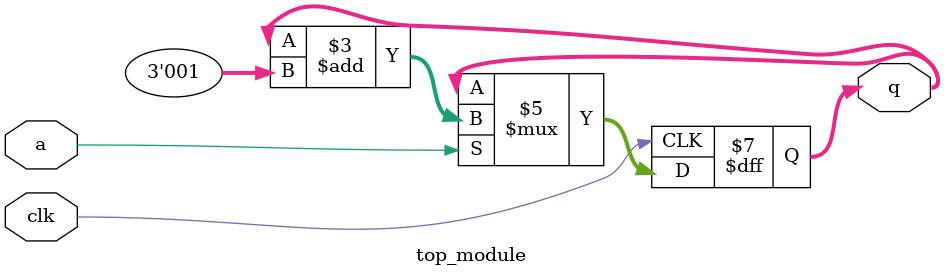
<source format=sv>
module top_module (
	input clk,
	input a, 
	output reg [2:0] q
);
	
	always @(posedge clk) begin
		if (a == 1'b1)
			q <= q + 3'b1;
		else
			q <= q;
	end
	
endmodule

</source>
